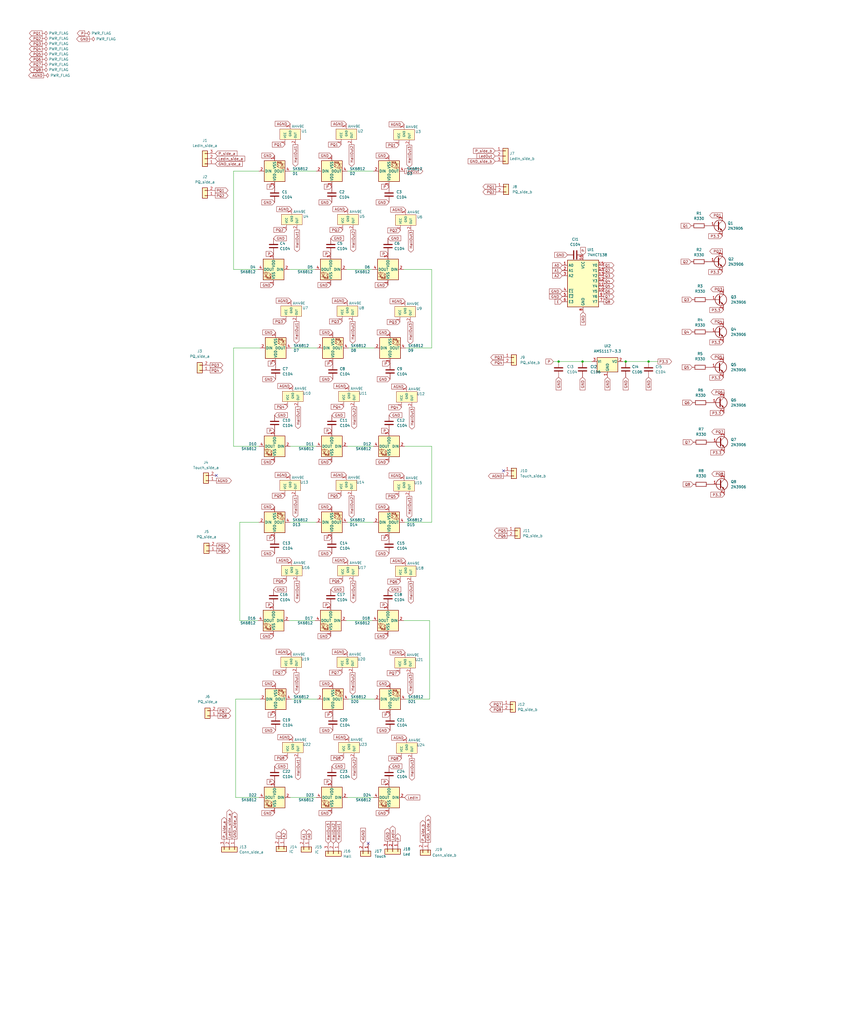
<source format=kicad_sch>
(kicad_sch (version 20211123) (generator eeschema)
  (paper "User" 419.989 499.999)
  (junction (at 305.562 176.53))
  (junction (at 316.738 176.53))
  (junction (at 272.796 176.53))
  (junction (at 284.48 176.53))
  (no_connect (at 179.832 411.734))
  (no_connect (at 105.664 232.156))
  (no_connect (at 245.872 229.87))
  (wire (pts (xy 170.18 169.926) (xy 182.88 169.926)))
  (wire (pts (xy 181.864 303.022) (xy 169.164 303.022)))
  (wire (pts (xy 316.738 176.53) (xy 321.31 176.53)))
  (wire (pts (xy 270.256 176.53) (xy 272.796 176.53)))
  (wire (pts (xy 305.562 176.53) (xy 316.738 176.53)))
  (wire (pts (xy 198.12 341.376) (xy 209.804 341.376)))
  (wire (pts (xy 198.12 169.926) (xy 210.82 169.926)))
  (wire (pts (xy 154.432 389.382) (xy 141.732 389.382)))
  (wire (pts (xy 114.046 217.932) (xy 126.492 217.932)))
  (wire (pts (xy 115.062 389.382) (xy 126.492 389.382)))
  (wire (pts (xy 181.864 131.572) (xy 169.164 131.572)))
  (wire (pts (xy 154.432 217.932) (xy 141.732 217.932)))
  (wire (pts (xy 114.046 169.926) (xy 127 169.926)))
  (wire (pts (xy 115.062 341.376) (xy 115.062 389.382)))
  (wire (pts (xy 209.804 303.022) (xy 197.104 303.022)))
  (wire (pts (xy 182.372 217.932) (xy 169.672 217.932)))
  (wire (pts (xy 209.804 303.022) (xy 209.804 341.376)))
  (wire (pts (xy 210.82 217.932) (xy 210.82 255.016)))
  (wire (pts (xy 197.612 217.932) (xy 210.82 217.932)))
  (wire (pts (xy 182.372 389.382) (xy 169.672 389.382)))
  (wire (pts (xy 126.492 255.016) (xy 117.094 255.016)))
  (wire (pts (xy 141.732 83.566) (xy 154.432 83.566)))
  (wire (pts (xy 142.24 169.926) (xy 154.94 169.926)))
  (wire (pts (xy 170.18 341.376) (xy 182.88 341.376)))
  (wire (pts (xy 142.24 341.376) (xy 154.94 341.376)))
  (wire (pts (xy 197.104 131.572) (xy 210.82 131.572)))
  (wire (pts (xy 115.062 341.376) (xy 127 341.376)))
  (wire (pts (xy 304.292 176.53) (xy 305.562 176.53)))
  (wire (pts (xy 153.924 303.022) (xy 141.224 303.022)))
  (wire (pts (xy 197.612 255.016) (xy 210.82 255.016)))
  (wire (pts (xy 141.732 255.016) (xy 154.432 255.016)))
  (wire (pts (xy 125.984 131.572) (xy 114.046 131.572)))
  (wire (pts (xy 117.094 255.016) (xy 117.094 303.022)))
  (wire (pts (xy 117.094 303.022) (xy 125.984 303.022)))
  (wire (pts (xy 114.046 169.926) (xy 114.046 217.932)))
  (wire (pts (xy 169.672 255.016) (xy 182.372 255.016)))
  (wire (pts (xy 169.672 83.566) (xy 182.372 83.566)))
  (wire (pts (xy 210.82 169.926) (xy 210.82 131.572)))
  (wire (pts (xy 153.924 131.572) (xy 141.224 131.572)))
  (wire (pts (xy 114.046 131.572) (xy 114.046 83.566)))
  (wire (pts (xy 284.48 176.53) (xy 289.052 176.53)))
  (wire (pts (xy 114.046 83.566) (xy 126.492 83.566)))
  (wire (pts (xy 272.796 176.53) (xy 284.48 176.53)))
  (global_label "AGND" (shape output) (at 21.336 36.83 180) (property "Intersheet References" "${INTERSHEET_REFS}" (effects hide)))
  (global_label "P3.3" (shape input) (at 353.822 220.98 180) (property "Intersheet References" "${INTERSHEET_REFS}" (effects hide)))
  (global_label "Q6" (shape input) (at 338.328 196.596 180) (property "Intersheet References" "${INTERSHEET_REFS}" (effects hide)))
  (global_label "AGND" (shape input) (at 169.672 146.812 180) (property "Intersheet References" "${INTERSHEET_REFS}" (effects hide)))
  (global_label "PQ8" (shape output) (at 106.426 349.504 0) (property "Intersheet References" "${INTERSHEET_REFS}" (effects hide)))
  (global_label "Q8" (shape output) (at 294.894 147.32 0) (property "Intersheet References" "${INTERSHEET_REFS}" (effects hide)))
  (global_label "HallOut3" (shape output) (at 200.406 328.676 270) (property "Intersheet References" "${INTERSHEET_REFS}" (effects hide)))
  (global_label "PQ4" (shape output) (at 353.314 156.972 180) (property "Intersheet References" "${INTERSHEET_REFS}" (effects hide)))
  (global_label "PQ2" (shape input) (at 139.954 112.268 180) (property "Intersheet References" "${INTERSHEET_REFS}" (effects hide)))
  (global_label "P_side_a" (shape output) (at 109.474 409.702 90) (property "Intersheet References" "${INTERSHEET_REFS}" (effects hide)))
  (global_label "AGND" (shape input) (at 197.358 60.706 180) (property "Intersheet References" "${INTERSHEET_REFS}" (effects hide)))
  (global_label "HallOut3" (shape output) (at 201.168 198.882 270) (property "Intersheet References" "${INTERSHEET_REFS}" (effects hide)))
  (global_label "HallOut2" (shape output) (at 172.974 370.078 270) (property "Intersheet References" "${INTERSHEET_REFS}" (effects hide)))
  (global_label "GND" (shape input) (at 284.48 184.15 270) (property "Intersheet References" "${INTERSHEET_REFS}" (effects hide)))
  (global_label "P" (shape input) (at 162.052 91.186 180) (property "Intersheet References" "${INTERSHEET_REFS}" (effects hide)))
  (global_label "HallOut1" (shape output) (at 144.272 70.612 270) (property "Intersheet References" "${INTERSHEET_REFS}" (effects hide)))
  (global_label "GND" (shape input) (at 162.56 356.616 180) (property "Intersheet References" "${INTERSHEET_REFS}" (effects hide)))
  (global_label "Q6" (shape output) (at 294.894 142.24 0) (property "Intersheet References" "${INTERSHEET_REFS}" (effects hide)))
  (global_label "P" (shape input) (at 162.56 348.996 180) (property "Intersheet References" "${INTERSHEET_REFS}" (effects hide)))
  (global_label "GND" (shape input) (at 134.112 247.396 180) (property "Intersheet References" "${INTERSHEET_REFS}" (effects hide)))
  (global_label "PQ1" (shape output) (at 352.806 105.156 180) (property "Intersheet References" "${INTERSHEET_REFS}" (effects hide)))
  (global_label "HallOut2" (shape output) (at 172.212 156.972 270) (property "Intersheet References" "${INTERSHEET_REFS}" (effects hide)))
  (global_label "PQ7" (shape output) (at 106.426 346.964 0) (property "Intersheet References" "${INTERSHEET_REFS}" (effects hide)))
  (global_label "Q2" (shape input) (at 337.566 127.762 180) (property "Intersheet References" "${INTERSHEET_REFS}" (effects hide)))
  (global_label "P3.3" (shape output) (at 321.31 176.53 0) (property "Intersheet References" "${INTERSHEET_REFS}" (effects hide)))
  (global_label "HallOut2" (shape output) (at 171.704 70.612 270) (property "Intersheet References" "${INTERSHEET_REFS}" (effects hide)))
  (global_label "GND" (shape input) (at 134.112 225.552 180) (property "Intersheet References" "${INTERSHEET_REFS}" (effects hide)))
  (global_label "P" (shape input) (at 284.734 124.46 90) (property "Intersheet References" "${INTERSHEET_REFS}" (effects hide)))
  (global_label "PQ4" (shape input) (at 167.894 198.628 180) (property "Intersheet References" "${INTERSHEET_REFS}" (effects hide)))
  (global_label "Q5" (shape input) (at 338.074 179.324 180) (property "Intersheet References" "${INTERSHEET_REFS}" (effects hide)))
  (global_label "AGND" (shape output) (at 245.872 232.41 180) (property "Intersheet References" "${INTERSHEET_REFS}" (effects hide)))
  (global_label "P3.3" (shape input) (at 353.314 184.404 180) (property "Intersheet References" "${INTERSHEET_REFS}" (effects hide)))
  (global_label "HallOut1" (shape output) (at 144.272 242.062 270) (property "Intersheet References" "${INTERSHEET_REFS}" (effects hide)))
  (global_label "Q3" (shape input) (at 338.074 146.304 180) (property "Intersheet References" "${INTERSHEET_REFS}" (effects hide)))
  (global_label "P3.3" (shape input) (at 352.806 132.842 180) (property "Intersheet References" "${INTERSHEET_REFS}" (effects hide)))
  (global_label "A1" (shape input) (at 274.574 132.08 180) (property "Intersheet References" "${INTERSHEET_REFS}" (effects hide)))
  (global_label "HallOut2" (shape output) (at 172.466 283.718 270) (property "Intersheet References" "${INTERSHEET_REFS}" (effects hide)))
  (global_label "PQ4" (shape input) (at 196.088 198.882 180) (property "Intersheet References" "${INTERSHEET_REFS}" (effects hide)))
  (global_label "E" (shape output) (at 136.144 409.448 90) (property "Intersheet References" "${INTERSHEET_REFS}" (effects hide)))
  (global_label "HallOut2" (shape output) (at 171.704 242.062 270) (property "Intersheet References" "${INTERSHEET_REFS}" (effects hide)))
  (global_label "PQ3" (shape output) (at 20.574 21.336 180) (property "Intersheet References" "${INTERSHEET_REFS}" (effects hide)))
  (global_label "GND_side_a" (shape input) (at 105.156 80.01 0) (property "Intersheet References" "${INTERSHEET_REFS}" (effects hide)))
  (global_label "GND" (shape input) (at 134.112 374.142 0) (property "Intersheet References" "${INTERSHEET_REFS}" (effects hide)))
  (global_label "AGND" (shape input) (at 197.866 318.516 180) (property "Intersheet References" "${INTERSHEET_REFS}" (effects hide)))
  (global_label "PQ7" (shape input) (at 139.7 328.422 180) (property "Intersheet References" "${INTERSHEET_REFS}" (effects hide)))
  (global_label "AGND" (shape input) (at 169.164 60.452 180) (property "Intersheet References" "${INTERSHEET_REFS}" (effects hide)))
  (global_label "PQ6" (shape output) (at 353.568 191.516 180) (property "Intersheet References" "${INTERSHEET_REFS}" (effects hide)))
  (global_label "Q1" (shape input) (at 337.566 110.236 180) (property "Intersheet References" "${INTERSHEET_REFS}" (effects hide)))
  (global_label "AGND" (shape input) (at 170.434 188.468 180) (property "Intersheet References" "${INTERSHEET_REFS}" (effects hide)))
  (global_label "PQ1" (shape output) (at 20.574 16.256 180) (property "Intersheet References" "${INTERSHEET_REFS}" (effects hide)))
  (global_label "HallOut1" (shape input) (at 165.354 411.734 90) (property "Intersheet References" "${INTERSHEET_REFS}" (effects hide)))
  (global_label "GND" (shape input) (at 189.484 287.782 0) (property "Intersheet References" "${INTERSHEET_REFS}" (effects hide)))
  (global_label "HallOut2" (shape input) (at 162.814 411.734 90) (property "Intersheet References" "${INTERSHEET_REFS}" (effects hide)))
  (global_label "P3.3" (shape input) (at 353.822 241.554 180) (property "Intersheet References" "${INTERSHEET_REFS}" (effects hide)))
  (global_label "Q4" (shape output) (at 294.894 137.16 0) (property "Intersheet References" "${INTERSHEET_REFS}" (effects hide)))
  (global_label "GND" (shape input) (at 272.796 184.15 270) (property "Intersheet References" "${INTERSHEET_REFS}" (effects hide)))
  (global_label "P" (shape input) (at 161.544 123.952 180) (property "Intersheet References" "${INTERSHEET_REFS}" (effects hide)))
  (global_label "GND" (shape input) (at 189.484 116.332 0) (property "Intersheet References" "${INTERSHEET_REFS}" (effects hide)))
  (global_label "PQ8" (shape output) (at 353.822 231.394 180) (property "Intersheet References" "${INTERSHEET_REFS}" (effects hide)))
  (global_label "GND" (shape input) (at 134.62 162.306 180) (property "Intersheet References" "${INTERSHEET_REFS}" (effects hide)))
  (global_label "PQ8" (shape input) (at 167.894 370.078 180) (property "Intersheet References" "${INTERSHEET_REFS}" (effects hide)))
  (global_label "PQ8" (shape input) (at 140.462 370.078 180) (property "Intersheet References" "${INTERSHEET_REFS}" (effects hide)))
  (global_label "HallOut2" (shape output) (at 172.466 112.268 270) (property "Intersheet References" "${INTERSHEET_REFS}" (effects hide)))
  (global_label "PQ1" (shape input) (at 139.192 70.612 180) (property "Intersheet References" "${INTERSHEET_REFS}" (effects hide)))
  (global_label "P" (shape input) (at 270.256 176.53 180) (property "Intersheet References" "${INTERSHEET_REFS}" (effects hide)))
  (global_label "PQ7" (shape output) (at 353.822 210.82 180) (property "Intersheet References" "${INTERSHEET_REFS}" (effects hide)))
  (global_label "P" (shape input) (at 162.052 262.636 180) (property "Intersheet References" "${INTERSHEET_REFS}" (effects hide)))
  (global_label "GND" (shape input) (at 134.112 270.256 180) (property "Intersheet References" "${INTERSHEET_REFS}" (effects hide)))
  (global_label "P3.3" (shape input) (at 352.806 115.316 180) (property "Intersheet References" "${INTERSHEET_REFS}" (effects hide)))
  (global_label "GND" (shape input) (at 296.672 184.15 270) (property "Intersheet References" "${INTERSHEET_REFS}" (effects hide)))
  (global_label "AGND" (shape input) (at 198.628 188.722 180) (property "Intersheet References" "${INTERSHEET_REFS}" (effects hide)))
  (global_label "PQ6" (shape input) (at 167.386 283.718 180) (property "Intersheet References" "${INTERSHEET_REFS}" (effects hide)))
  (global_label "P" (shape input) (at 162.052 210.312 180) (property "Intersheet References" "${INTERSHEET_REFS}" (effects hide)))
  (global_label "PQ3" (shape input) (at 139.7 156.972 180) (property "Intersheet References" "${INTERSHEET_REFS}" (effects hide)))
  (global_label "AGND" (shape input) (at 142.494 273.558 180) (property "Intersheet References" "${INTERSHEET_REFS}" (effects hide)))
  (global_label "PQ8" (shape input) (at 196.088 370.332 180) (property "Intersheet References" "${INTERSHEET_REFS}" (effects hide)))
  (global_label "PQ5" (shape output) (at 247.65 259.08 180) (property "Intersheet References" "${INTERSHEET_REFS}" (effects hide)))
  (global_label "PQ2" (shape input) (at 167.386 112.268 180) (property "Intersheet References" "${INTERSHEET_REFS}" (effects hide)))
  (global_label "GND" (shape input) (at 161.544 116.332 0) (property "Intersheet References" "${INTERSHEET_REFS}" (effects hide)))
  (global_label "GND" (shape output) (at 189.23 410.718 90) (property "Intersheet References" "${INTERSHEET_REFS}" (effects hide)))
  (global_label "PQ6" (shape output) (at 247.65 261.62 180) (property "Intersheet References" "${INTERSHEET_REFS}" (effects hide)))
  (global_label "GND" (shape input) (at 190.5 333.756 180) (property "Intersheet References" "${INTERSHEET_REFS}" (effects hide)))
  (global_label "AGND" (shape input) (at 142.494 102.108 180) (property "Intersheet References" "${INTERSHEET_REFS}" (effects hide)))
  (global_label "GND" (shape input) (at 189.484 310.642 180) (property "Intersheet References" "${INTERSHEET_REFS}" (effects hide)))
  (global_label "P" (shape input) (at 162.052 381.762 180) (property "Intersheet References" "${INTERSHEET_REFS}" (effects hide)))
  (global_label "LedIn" (shape output) (at 191.77 410.718 90) (property "Intersheet References" "${INTERSHEET_REFS}" (effects hide)))
  (global_label "Q7" (shape output) (at 294.894 144.78 0) (property "Intersheet References" "${INTERSHEET_REFS}" (effects hide)))
  (global_label "P" (shape input) (at 189.992 262.636 180) (property "Intersheet References" "${INTERSHEET_REFS}" (effects hide)))
  (global_label "PQ1" (shape output) (at 242.062 91.186 180) (property "Intersheet References" "${INTERSHEET_REFS}" (effects hide)))
  (global_label "GND" (shape input) (at 162.052 98.806 180) (property "Intersheet References" "${INTERSHEET_REFS}" (effects hide)))
  (global_label "P" (shape input) (at 189.992 381.762 180) (property "Intersheet References" "${INTERSHEET_REFS}" (effects hide)))
  (global_label "P" (shape input) (at 134.112 210.312 180) (property "Intersheet References" "${INTERSHEET_REFS}" (effects hide)))
  (global_label "LedIn_side_a" (shape output) (at 112.014 409.702 90) (property "Intersheet References" "${INTERSHEET_REFS}" (effects hide)))
  (global_label "P_side_a" (shape input) (at 105.156 74.93 0) (property "Intersheet References" "${INTERSHEET_REFS}" (effects hide)))
  (global_label "HallOut1" (shape output) (at 144.78 328.422 270) (property "Intersheet References" "${INTERSHEET_REFS}" (effects hide)))
  (global_label "HallOut3" (shape output) (at 200.406 157.226 270) (property "Intersheet References" "${INTERSHEET_REFS}" (effects hide)))
  (global_label "PQ2" (shape output) (at 20.574 18.796 180) (property "Intersheet References" "${INTERSHEET_REFS}" (effects hide)))
  (global_label "P3.3" (shape input) (at 353.568 201.676 180) (property "Intersheet References" "${INTERSHEET_REFS}" (effects hide)))
  (global_label "LedIn" (shape input) (at 197.612 389.382 0) (property "Intersheet References" "${INTERSHEET_REFS}" (effects hide)))
  (global_label "Q1" (shape output) (at 294.894 129.54 0) (property "Intersheet References" "${INTERSHEET_REFS}" (effects hide)))
  (global_label "A1" (shape output) (at 148.336 409.702 90) (property "Intersheet References" "${INTERSHEET_REFS}" (effects hide)))
  (global_label "GND" (shape input) (at 189.992 75.946 180) (property "Intersheet References" "${INTERSHEET_REFS}" (effects hide)))
  (global_label "GND" (shape input) (at 161.544 287.782 0) (property "Intersheet References" "${INTERSHEET_REFS}" (effects hide)))
  (global_label "PQ8" (shape output) (at 245.364 346.456 180) (property "Intersheet References" "${INTERSHEET_REFS}" (effects hide)))
  (global_label "AGND" (shape input) (at 169.164 231.902 180) (property "Intersheet References" "${INTERSHEET_REFS}" (effects hide)))
  (global_label "GND_side_b" (shape input) (at 241.808 78.74 180) (property "Intersheet References" "${INTERSHEET_REFS}" (effects hide)))
  (global_label "P" (shape input) (at 189.484 295.402 180) (property "Intersheet References" "${INTERSHEET_REFS}" (effects hide)))
  (global_label "GND" (shape output) (at 43.688 19.05 180) (property "Intersheet References" "${INTERSHEET_REFS}" (effects hide)))
  (global_label "PQ8" (shape output) (at 20.574 34.036 180) (property "Intersheet References" "${INTERSHEET_REFS}" (effects hide)))
  (global_label "GND" (shape input) (at 162.052 397.002 180) (property "Intersheet References" "${INTERSHEET_REFS}" (effects hide)))
  (global_label "PQ4" (shape input) (at 140.462 198.628 180) (property "Intersheet References" "${INTERSHEET_REFS}" (effects hide)))
  (global_label "AGND" (shape input) (at 169.672 318.262 180) (property "Intersheet References" "${INTERSHEET_REFS}" (effects hide)))
  (global_label "AGND" (shape input) (at 142.24 318.262 180) (property "Intersheet References" "${INTERSHEET_REFS}" (effects hide)))
  (global_label "GND" (shape input) (at 190.5 356.616 180) (property "Intersheet References" "${INTERSHEET_REFS}" (effects hide)))
  (global_label "A0" (shape output) (at 150.876 409.702 90) (property "Intersheet References" "${INTERSHEET_REFS}" (effects hide)))
  (global_label "P3.3" (shape input) (at 353.314 167.132 180) (property "Intersheet References" "${INTERSHEET_REFS}" (effects hide)))
  (global_label "P" (shape input) (at 189.484 123.952 180) (property "Intersheet References" "${INTERSHEET_REFS}" (effects hide)))
  (global_label "P_side_b" (shape input) (at 241.808 73.66 180) (property "Intersheet References" "${INTERSHEET_REFS}" (effects hide)))
  (global_label "GND" (shape input) (at 189.992 374.142 0) (property "Intersheet References" "${INTERSHEET_REFS}" (effects hide)))
  (global_label "AGND" (shape input) (at 143.002 188.468 180) (property "Intersheet References" "${INTERSHEET_REFS}" (effects hide)))
  (global_label "LedOut" (shape output) (at 197.612 83.566 0) (property "Intersheet References" "${INTERSHEET_REFS}" (effects hide)))
  (global_label "A2" (shape output) (at 138.684 409.448 90) (property "Intersheet References" "${INTERSHEET_REFS}" (effects hide)))
  (global_label "GND" (shape input) (at 134.62 185.166 180) (property "Intersheet References" "${INTERSHEET_REFS}" (effects hide)))
  (global_label "AGND" (shape input) (at 141.732 231.902 180) (property "Intersheet References" "${INTERSHEET_REFS}" (effects hide)))
  (global_label "PQ1" (shape input) (at 166.624 70.612 180) (property "Intersheet References" "${INTERSHEET_REFS}" (effects hide)))
  (global_label "GND" (shape input) (at 133.604 139.192 180) (property "Intersheet References" "${INTERSHEET_REFS}" (effects hide)))
  (global_label "GND" (shape input) (at 162.052 225.552 180) (property "Intersheet References" "${INTERSHEET_REFS}" (effects hide)))
  (global_label "PQ5" (shape input) (at 139.192 242.062 180) (property "Intersheet References" "${INTERSHEET_REFS}" (effects hide)))
  (global_label "PQ7" (shape output) (at 245.364 343.916 180) (property "Intersheet References" "${INTERSHEET_REFS}" (effects hide)))
  (global_label "P" (shape output) (at 41.402 16.256 180) (property "Intersheet References" "${INTERSHEET_REFS}" (effects hide)))
  (global_label "PQ5" (shape output) (at 105.918 266.446 0) (property "Intersheet References" "${INTERSHEET_REFS}" (effects hide)))
  (global_label "PQ2" (shape input) (at 195.58 112.522 180) (property "Intersheet References" "${INTERSHEET_REFS}" (effects hide)))
  (global_label "PQ3" (shape output) (at 102.616 178.308 0) (property "Intersheet References" "${INTERSHEET_REFS}" (effects hide)))
  (global_label "GND" (shape input) (at 134.112 98.806 180) (property "Intersheet References" "${INTERSHEET_REFS}" (effects hide)))
  (global_label "Q5" (shape output) (at 294.894 139.7 0) (property "Intersheet References" "${INTERSHEET_REFS}" (effects hide)))
  (global_label "Q8" (shape input) (at 338.582 236.474 180) (property "Intersheet References" "${INTERSHEET_REFS}" (effects hide)))
  (global_label "GND" (shape input) (at 162.052 247.396 180) (property "Intersheet References" "${INTERSHEET_REFS}" (effects hide)))
  (global_label "AGND" (shape input) (at 177.292 411.734 90) (property "Intersheet References" "${INTERSHEET_REFS}" (effects hide)))
  (global_label "P" (shape input) (at 134.112 381.762 180) (property "Intersheet References" "${INTERSHEET_REFS}" (effects hide)))
  (global_label "GND" (shape input) (at 134.112 75.946 180) (property "Intersheet References" "${INTERSHEET_REFS}" (effects hide)))
  (global_label "PQ3" (shape input) (at 167.132 156.972 180) (property "Intersheet References" "${INTERSHEET_REFS}" (effects hide)))
  (global_label "PQ6" (shape input) (at 195.58 283.972 180) (property "Intersheet References" "${INTERSHEET_REFS}" (effects hide)))
  (global_label "GND" (shape input) (at 162.052 202.692 0) (property "Intersheet References" "${INTERSHEET_REFS}" (effects hide)))
  (global_label "A0" (shape input) (at 274.574 129.54 180) (property "Intersheet References" "${INTERSHEET_REFS}" (effects hide)))
  (global_label "HallOut2" (shape output) (at 172.212 328.422 270) (property "Intersheet References" "${INTERSHEET_REFS}" (effects hide)))
  (global_label "GND" (shape input) (at 316.738 184.15 270) (property "Intersheet References" "${INTERSHEET_REFS}" (effects hide)))
  (global_label "GND" (shape input) (at 189.992 270.256 180) (property "Intersheet References" "${INTERSHEET_REFS}" (effects hide)))
  (global_label "PQ3" (shape input) (at 195.326 157.226 180) (property "Intersheet References" "${INTERSHEET_REFS}" (effects hide)))
  (global_label "GND" (shape input) (at 189.992 247.396 180) (property "Intersheet References" "${INTERSHEET_REFS}" (effects hide)))
  (global_label "AGND" (shape input) (at 169.926 102.108 180) (property "Intersheet References" "${INTERSHEET_REFS}" (effects hide)))
  (global_label "P" (shape input) (at 189.992 91.186 180) (property "Intersheet References" "${INTERSHEET_REFS}" (effects hide)))
  (global_label "GND" (shape input) (at 274.574 144.78 180) (property "Intersheet References" "${INTERSHEET_REFS}" (effects hide)))
  (global_label "GND" (shape input) (at 190.5 185.166 180) (property "Intersheet References" "${INTERSHEET_REFS}" (effects hide)))
  (global_label "GND" (shape input) (at 305.562 184.15 270) (property "Intersheet References" "${INTERSHEET_REFS}" (effects hide)))
  (global_label "P" (shape input) (at 134.62 348.996 180) (property "Intersheet References" "${INTERSHEET_REFS}" (effects hide)))
  (global_label "GND" (shape input) (at 162.052 270.256 180) (property "Intersheet References" "${INTERSHEET_REFS}" (effects hide)))
  (global_label "GND_side_b" (shape output) (at 209.042 411.226 90) (property "Intersheet References" "${INTERSHEET_REFS}" (effects hide)))
  (global_label "GND" (shape input) (at 162.052 75.946 180) (property "Intersheet References" "${INTERSHEET_REFS}" (effects hide)))
  (global_label "P" (shape input) (at 190.5 177.546 180) (property "Intersheet References" "${INTERSHEET_REFS}" (effects hide)))
  (global_label "GND" (shape input) (at 161.544 310.642 180) (property "Intersheet References" "${INTERSHEET_REFS}" (effects hide)))
  (global_label "GND" (shape input) (at 162.052 374.142 0) (property "Intersheet References" "${INTERSHEET_REFS}" (effects hide)))
  (global_label "PQ5" (shape output) (at 20.574 26.416 180) (property "Intersheet References" "${INTERSHEET_REFS}" (effects hide)))
  (global_label "HallOut2" (shape output) (at 172.974 198.628 270) (property "Intersheet References" "${INTERSHEET_REFS}" (effects hide)))
  (global_label "PQ7" (shape output) (at 20.574 31.496 180) (property "Intersheet References" "${INTERSHEET_REFS}" (effects hide)))
  (global_label "PQ4" (shape output) (at 102.616 180.848 0) (property "Intersheet References" "${INTERSHEET_REFS}" (effects hide)))
  (global_label "PQ1" (shape output) (at 105.156 92.964 0) (property "Intersheet References" "${INTERSHEET_REFS}" (effects hide)))
  (global_label "AGND" (shape input) (at 197.358 232.156 180) (property "Intersheet References" "${INTERSHEET_REFS}" (effects hide)))
  (global_label "AGND" (shape input) (at 197.866 147.066 180) (property "Intersheet References" "${INTERSHEET_REFS}" (effects hide)))
  (global_label "HallOut3" (shape output) (at 200.66 283.972 270) (property "Intersheet References" "${INTERSHEET_REFS}" (effects hide)))
  (global_label "PQ2" (shape output) (at 352.806 122.682 180) (property "Intersheet References" "${INTERSHEET_REFS}" (effects hide)))
  (global_label "PQ6" (shape input) (at 139.954 283.718 180) (property "Intersheet References" "${INTERSHEET_REFS}" (effects hide)))
  (global_label "GND" (shape input) (at 277.114 124.46 180) (property "Intersheet References" "${INTERSHEET_REFS}" (effects hide)))
  (global_label "HallOut1" (shape output) (at 145.034 112.268 270) (property "Intersheet References" "${INTERSHEET_REFS}" (effects hide)))
  (global_label "GND" (shape input) (at 161.544 139.192 180) (property "Intersheet References" "${INTERSHEET_REFS}" (effects hide)))
  (global_label "GND" (shape input) (at 162.56 185.166 180) (property "Intersheet References" "${INTERSHEET_REFS}" (effects hide)))
  (global_label "PQ5" (shape input) (at 166.624 242.062 180) (property "Intersheet References" "${INTERSHEET_REFS}" (effects hide)))
  (global_label "GND" (shape input) (at 134.62 356.616 180) (property "Intersheet References" "${INTERSHEET_REFS}" (effects hide)))
  (global_label "GND_side_a" (shape output) (at 114.554 409.702 90) (property "Intersheet References" "${INTERSHEET_REFS}" (effects hide)))
  (global_label "E" (shape input) (at 274.574 147.32 180) (property "Intersheet References" "${INTERSHEET_REFS}" (effects hide)))
  (global_label "AGND" (shape input) (at 170.434 359.918 180) (property "Intersheet References" "${INTERSHEET_REFS}" (effects hide)))
  (global_label "GND" (shape input) (at 189.484 139.192 180) (property "Intersheet References" "${INTERSHEET_REFS}" (effects hide)))
  (global_label "AGND" (shape input) (at 143.002 359.918 180) (property "Intersheet References" "${INTERSHEET_REFS}" (effects hide)))
  (global_label "P" (shape input) (at 134.112 262.636 180) (property "Intersheet References" "${INTERSHEET_REFS}" (effects hide)))
  (global_label "GND" (shape input) (at 133.604 116.332 0) (property "Intersheet References" "${INTERSHEET_REFS}" (effects hide)))
  (global_label "HallOut3" (shape output) (at 201.168 370.332 270) (property "Intersheet References" "${INTERSHEET_REFS}" (effects hide)))
  (global_label "GND" (shape input) (at 189.992 98.806 180) (property "Intersheet References" "${INTERSHEET_REFS}" (effects hide)))
  (global_label "HallOut3" (shape output) (at 199.898 242.316 270) (property "Intersheet References" "${INTERSHEET_REFS}" (effects hide)))
  (global_label "P" (shape input) (at 190.5 348.996 180) (property "Intersheet References" "${INTERSHEET_REFS}" (effects hide)))
  (global_label "P" (shape input) (at 133.604 123.952 180) (property "Intersheet References" "${INTERSHEET_REFS}" (effects hide)))
  (global_label "PQ5" (shape input) (at 194.818 242.316 180) (property "Intersheet References" "${INTERSHEET_REFS}" (effects hide)))
  (global_label "PQ3" (shape output) (at 353.314 141.224 180) (property "Intersheet References" "${INTERSHEET_REFS}" (effects hide)))
  (global_label "LedIn_side_a" (shape input) (at 105.156 77.47 0) (property "Intersheet References" "${INTERSHEET_REFS}" (effects hide)))
  (global_label "P" (shape output) (at 194.31 410.718 90) (property "Intersheet References" "${INTERSHEET_REFS}" (effects hide)))
  (global_label "AGND" (shape input) (at 198.12 273.812 180) (property "Intersheet References" "${INTERSHEET_REFS}" (effects hide)))
  (global_label "P" (shape input) (at 134.112 91.186 180) (property "Intersheet References" "${INTERSHEET_REFS}" (effects hide)))
  (global_label "PQ6" (shape output) (at 20.574 28.956 180) (property "Intersheet References" "${INTERSHEET_REFS}" (effects hide)))
  (global_label "A2" (shape input) (at 274.574 134.62 180) (property "Intersheet References" "${INTERSHEET_REFS}" (effects hide)))
  (global_label "LedOut" (shape input) (at 241.808 76.2 180) (property "Intersheet References" "${INTERSHEET_REFS}" (effects hide)))
  (global_label "P" (shape input) (at 189.992 210.312 180) (property "Intersheet References" "${INTERSHEET_REFS}" (effects hide)))
  (global_label "AGND" (shape output) (at 105.664 234.696 0) (property "Intersheet References" "${INTERSHEET_REFS}" (effects hide)))
  (global_label "GND" (shape input) (at 134.62 333.756 180) (property "Intersheet References" "${INTERSHEET_REFS}" (effects hide)))
  (global_label "PQ6" (shape output) (at 105.918 268.986 0) (property "Intersheet References" "${INTERSHEET_REFS}" (effects hide)))
  (global_label "HallOut1" (shape output) (at 145.542 198.628 270) (property "Intersheet References" "${INTERSHEET_REFS}" (effects hide)))
  (global_label "AGND" (shape input) (at 169.926 273.558 180) (property "Intersheet References" "${INTERSHEET_REFS}" (effects hide)))
  (global_label "AGND" (shape input) (at 198.12 102.362 180) (property "Intersheet References" "${INTERSHEET_REFS}" (effects hide)))
  (global_label "Q2" (shape output) (at 294.894 132.08 0) (property "Intersheet References" "${INTERSHEET_REFS}" (effects hide)))
  (global_label "P3.3" (shape input) (at 353.314 151.384 180) (property "Intersheet References" "${INTERSHEET_REFS}" (effects hide)))
  (global_label "Q3" (shape output) (at 294.894 134.62 0) (property "Intersheet References" "${INTERSHEET_REFS}" (effects hide)))
  (global_label "Q7" (shape input) (at 338.582 215.9 180) (property "Intersheet References" "${INTERSHEET_REFS}" (effects hide)))
  (global_label "GND" (shape input) (at 189.992 202.692 0) (property "Intersheet References" "${INTERSHEET_REFS}" (effects hide)))
  (global_label "GND" (shape input) (at 162.56 333.756 180) (property "Intersheet References" "${INTERSHEET_REFS}" (effects hide)))
  (global_label "HallOut3" (shape output) (at 199.898 70.866 270) (property "Intersheet References" "${INTERSHEET_REFS}" (effects hide)))
  (global_label "GND" (shape input) (at 133.604 287.782 0) (property "Intersheet References" "${INTERSHEET_REFS}" (effects hide)))
  (global_label "PQ4" (shape output) (at 20.574 23.876 180) (property "Intersheet References" "${INTERSHEET_REFS}" (effects hide)))
  (global_label "GND" (shape input) (at 189.992 397.002 180) (property "Intersheet References" "${INTERSHEET_REFS}" (effects hide)))
  (global_label "PQ4" (shape output) (at 245.872 177.038 180) (property "Intersheet References" "${INTERSHEET_REFS}" (effects hide)))
  (global_label "HallOut3" (shape output) (at 200.66 112.522 270) (property "Intersheet References" "${INTERSHEET_REFS}" (effects hide)))
  (global_label "PQ7" (shape input) (at 195.326 328.676 180) (property "Intersheet References" "${INTERSHEET_REFS}" (effects hide)))
  (global_label "P" (shape input) (at 161.544 295.402 180) (property "Intersheet References" "${INTERSHEET_REFS}" (effects hide)))
  (global_label "P_side_b" (shape output) (at 206.502 411.226 90) (property "Intersheet References" "${INTERSHEET_REFS}" (effects hide)))
  (global_label "HallOut3" (shape input) (at 160.274 411.734 90) (property "Intersheet References" "${INTERSHEET_REFS}" (effects hide)))
  (global_label "GND" (shape input) (at 134.112 202.692 0) (property "Intersheet References" "${INTERSHEET_REFS}" (effects hide)))
  (global_label "Q4" (shape input) (at 338.074 162.052 180) (property "Intersheet References" "${INTERSHEET_REFS}" (effects hide)))
  (global_label "GND" (shape input) (at 189.992 225.552 180) (property "Intersheet References" "${INTERSHEET_REFS}" (effects hide)))
  (global_label "PQ1" (shape input) (at 194.818 70.866 180) (property "Intersheet References" "${INTERSHEET_REFS}" (effects hide)))
  (global_label "AGND" (shape input) (at 141.732 60.452 180) (property "Intersheet References" "${INTERSHEET_REFS}" (effects hide)))
  (global_label "P" (shape input) (at 134.62 177.546 180) (property "Intersheet References" "${INTERSHEET_REFS}" (effects hide)))
  (global_label "HallOut1" (shape output) (at 145.542 370.078 270) (property "Intersheet References" "${INTERSHEET_REFS}" (effects hide)))
  (global_label "GND" (shape input) (at 134.112 397.002 180) (property "Intersheet References" "${INTERSHEET_REFS}" (effects hide)))
  (global_label "P" (shape input) (at 162.56 177.546 180) (property "Intersheet References" "${INTERSHEET_REFS}" (effects hide)))
  (global_label "PQ2" (shape output) (at 242.062 93.726 180) (property "Intersheet References" "${INTERSHEET_REFS}" (effects hide)))
  (global_label "GND" (shape input) (at 133.604 310.642 180) (property "Intersheet References" "${INTERSHEET_REFS}" (effects hide)))
  (global_label "GND" (shape input) (at 274.574 142.24 180) (property "Intersheet References" "${INTERSHEET_REFS}" (effects hide)))
  (global_label "HallOut1" (shape output) (at 144.78 156.972 270) (property "Intersheet References" "${INTERSHEET_REFS}" (effects hide)))
  (global_label "GND" (shape input) (at 162.56 162.306 180) (property "Intersheet References" "${INTERSHEET_REFS}" (effects hide)))
  (global_label "HallOut1" (shape output) (at 145.034 283.718 270) (property "Intersheet References" "${INTERSHEET_REFS}" (effects hide)))
  (global_label "P" (shape input) (at 133.604 295.402 180) (property "Intersheet References" "${INTERSHEET_REFS}" (effects hide)))
  (global_label "PQ2" (shape output) (at 105.156 95.504 0) (property "Intersheet References" "${INTERSHEET_REFS}" (effects hide)))
  (global_label "GND" (shape input) (at 190.5 162.306 180) (property "Intersheet References" "${INTERSHEET_REFS}" (effects hide)))
  (global_label "GND" (shape input) (at 284.734 152.4 270) (property "Intersheet References" "${INTERSHEET_REFS}" (effects hide)))
  (global_label "PQ7" (shape input) (at 167.132 328.422 180) (property "Intersheet References" "${INTERSHEET_REFS}" (effects hide)))
  (global_label "PQ3" (shape output) (at 245.872 174.498 180) (property "Intersheet References" "${INTERSHEET_REFS}" (effects hide)))
  (global_label "AGND" (shape input) (at 142.24 146.812 180) (property "Intersheet References" "${INTERSHEET_REFS}" (effects hide)))
  (global_label "AGND" (shape input) (at 198.628 360.172 180) (property "Intersheet References" "${INTERSHEET_REFS}" (effects hide)))
  (global_label "PQ5" (shape output) (at 353.314 174.244 180) (property "Intersheet References" "${INTERSHEET_REFS}" (effects hide)))
  (symbol (lib_id "LED:SK6812") (at 189.484 131.572 0) (mirror y) (unit 1)
    (property "Reference" "D6" (at 180.7464 130.4036 0) (effects (justify left)))
    (property "Value" "SK6812" (at 180.7464 132.715 0) (effects (justify left)))
    (property "Footprint" "LED_SMD:LED_SK6812_PLCC4_5.0x5.0mm_P3.2mm" (effects hide))
    (property "Datasheet" "https://cdn-shop.adafruit.com/product-files/1138/SK6812+LED+datasheet+.pdf" (effects hide))
  )
  (symbol (lib_id "LED:SK6812") (at 161.544 131.572 0) (mirror y) (unit 1)
    (property "Reference" "D5" (at 152.8064 130.4036 0) (effects (justify left)))
    (property "Value" "SK6812" (at 152.8064 132.715 0) (effects (justify left)))
    (property "Footprint" "LED_SMD:LED_SK6812_PLCC4_5.0x5.0mm_P3.2mm" (effects hide))
    (property "Datasheet" "https://cdn-shop.adafruit.com/product-files/1138/SK6812+LED+datasheet+.pdf" (effects hide))
  )
  (symbol (lib_id "LED:SK6812") (at 133.604 131.572 0) (mirror y) (unit 1)
    (property "Reference" "D4" (at 124.8664 130.4036 0) (effects (justify left)))
    (property "Value" "SK6812" (at 124.8664 132.715 0) (effects (justify left)))
    (property "Footprint" "LED_SMD:LED_SK6812_PLCC4_5.0x5.0mm_P3.2mm" (effects hide))
    (property "Datasheet" "https://cdn-shop.adafruit.com/product-files/1138/SK6812+LED+datasheet+.pdf" (effects hide))
  )
  (symbol (lib_id "LED:SK6812") (at 134.112 83.566 0) (mirror x) (unit 1)
    (property "Reference" "D1" (at 142.8496 84.7344 0) (effects (justify left)))
    (property "Value" "SK6812" (at 142.8496 82.423 0) (effects (justify left)))
    (property "Footprint" "LED_SMD:LED_SK6812_PLCC4_5.0x5.0mm_P3.2mm" (effects hide))
    (property "Datasheet" "https://cdn-shop.adafruit.com/product-files/1138/SK6812+LED+datasheet+.pdf" (effects hide))
  )
  (symbol (lib_id "LED:SK6812") (at 162.052 83.566 0) (mirror x) (unit 1)
    (property "Reference" "D2" (at 170.7896 84.7344 0) (effects (justify left)))
    (property "Value" "SK6812" (at 170.7896 82.423 0) (effects (justify left)))
    (property "Footprint" "LED_SMD:LED_SK6812_PLCC4_5.0x5.0mm_P3.2mm" (effects hide))
    (property "Datasheet" "https://cdn-shop.adafruit.com/product-files/1138/SK6812+LED+datasheet+.pdf" (effects hide))
  )
  (symbol (lib_id "LED:SK6812") (at 189.992 83.566 0) (mirror x) (unit 1)
    (property "Reference" "D3" (at 198.7296 84.7344 0) (effects (justify left)))
    (property "Value" "SK6812" (at 198.7296 82.423 0) (effects (justify left)))
    (property "Footprint" "LED_SMD:LED_SK6812_PLCC4_5.0x5.0mm_P3.2mm" (effects hide))
    (property "Datasheet" "https://cdn-shop.adafruit.com/product-files/1138/SK6812+LED+datasheet+.pdf" (effects hide))
  )
  (symbol (lib_id "Sensor_Magnetic:AH49E") (at 141.732 65.532 0) (unit 1)
    (property "Reference" "U1" (at 148.59 64.008 0))
    (property "Value" "AH49E" (at 145.542 61.722 0))
    (property "Footprint" "Package_TO_SOT_SMD:SOT-23" (effects hide))
    (property "Datasheet" "https://www.diodes.com/assets/Datasheets/AH49E.pdf" (effects hide))
  )
  (symbol (lib_id "power:PWR_FLAG") (at 20.574 16.256 270) (unit 1)
    (property "Reference" "#FLG0103" (effects hide))
    (property "Value" "PWR_FLAG" (at 23.8252 16.256 90) (effects (justify left)))
  )
  (symbol (lib_id "power:PWR_FLAG") (at 20.574 18.796 270) (unit 1)
    (property "Reference" "#FLG0104" (effects hide))
    (property "Value" "PWR_FLAG" (at 23.8252 18.796 90) (effects (justify left)))
  )
  (symbol (lib_id "power:PWR_FLAG") (at 20.574 21.336 270) (unit 1)
    (property "Reference" "#FLG0105" (effects hide))
    (property "Value" "PWR_FLAG" (at 23.8252 21.336 90) (effects (justify left)))
  )
  (symbol (lib_id "power:PWR_FLAG") (at 20.574 23.876 270) (unit 1)
    (property "Reference" "#FLG0106" (effects hide))
    (property "Value" "PWR_FLAG" (at 23.8252 23.876 90) (effects (justify left)))
  )
  (symbol (lib_id "power:PWR_FLAG") (at 20.574 26.416 270) (unit 1)
    (property "Reference" "#FLG0107" (effects hide))
    (property "Value" "PWR_FLAG" (at 23.8252 26.416 90) (effects (justify left)))
  )
  (symbol (lib_id "power:PWR_FLAG") (at 20.574 28.956 270) (unit 1)
    (property "Reference" "#FLG0108" (effects hide))
    (property "Value" "PWR_FLAG" (at 23.8252 28.956 90) (effects (justify left)))
  )
  (symbol (lib_id "power:PWR_FLAG") (at 20.574 31.496 270) (unit 1)
    (property "Reference" "#FLG0109" (effects hide))
    (property "Value" "PWR_FLAG" (at 23.8252 31.496 90) (effects (justify left)))
  )
  (symbol (lib_id "power:PWR_FLAG") (at 20.574 34.036 270) (unit 1)
    (property "Reference" "#FLG0110" (effects hide))
    (property "Value" "PWR_FLAG" (at 23.8252 34.036 90) (effects (justify left)))
  )
  (symbol (lib_id "power:PWR_FLAG") (at 21.336 36.83 270) (unit 1)
    (property "Reference" "#FLG0113" (effects hide))
    (property "Value" "PWR_FLAG" (at 24.5872 36.83 90) (effects (justify left)))
  )
  (symbol (lib_id "power:PWR_FLAG") (at 41.402 16.256 270) (unit 1)
    (property "Reference" "#FLG0101" (effects hide))
    (property "Value" "PWR_FLAG" (at 44.6532 16.256 90) (effects (justify left)))
  )
  (symbol (lib_id "power:PWR_FLAG") (at 43.688 19.05 270) (unit 1)
    (property "Reference" "#FLG0118" (effects hide))
    (property "Value" "PWR_FLAG" (at 46.9392 19.05 90) (effects (justify left)))
  )
  (symbol (lib_id "Connector_Generic:Conn_01x03") (at 112.014 414.782 270) (unit 1)
    (property "Reference" "J13" (at 116.84 413.5119 90) (effects (justify left)))
    (property "Value" "Conn_side_a" (at 116.84 416.0519 90) (effects (justify left)))
    (property "Footprint" "Connector_PinHeader_2.54mm:PinHeader_1x03_P2.54mm_Horizontal_SMD" (effects hide))
  )
  (symbol (lib_id "Transistor_BJT:2N3906") (at 350.774 179.324 0) (unit 1)
    (property "Reference" "Q5" (at 356.87 178.0539 0) (effects (justify left)))
    (property "Value" "2N3906" (at 356.87 180.5939 0) (effects (justify left)))
    (property "Footprint" "Package_TO_SOT_SMD:SOT-23" (effects hide))
    (property "Datasheet" "https://www.onsemi.com/pub/Collateral/2N3906-D.PDF" (effects hide))
  )
  (symbol (lib_id "Device:C") (at 272.796 180.34 180) (unit 1)
    (property "Reference" "CI3" (at 276.86 179.0699 0) (effects (justify right)))
    (property "Value" "C104" (at 276.86 181.6099 0) (effects (justify right)))
    (property "Footprint" "Capacitor_SMD:C_1206_3216Metric" (effects hide))
  )
  (symbol (lib_id "Device:C") (at 161.544 120.142 180) (unit 1)
    (property "Reference" "C5" (at 164.592 118.8719 0) (effects (justify right)))
    (property "Value" "C104" (at 164.592 121.4119 0) (effects (justify right)))
    (property "Footprint" "Capacitor_SMD:C_1206_3216Metric" (effects hide))
  )
  (symbol (lib_id "Sensor_Magnetic:AH49E") (at 197.866 323.596 0) (unit 1)
    (property "Reference" "U21" (at 204.724 322.072 0))
    (property "Value" "AH49E" (at 201.676 319.786 0))
    (property "Footprint" "Package_TO_SOT_SMD:SOT-23" (effects hide))
    (property "Datasheet" "https://www.diodes.com/assets/Datasheets/AH49E.pdf" (effects hide))
  )
  (symbol (lib_id "Sensor_Magnetic:AH49E") (at 143.002 193.548 0) (unit 1)
    (property "Reference" "U10" (at 149.86 192.024 0))
    (property "Value" "AH49E" (at 146.812 189.738 0))
    (property "Footprint" "Package_TO_SOT_SMD:SOT-23" (effects hide))
    (property "Datasheet" "https://www.diodes.com/assets/Datasheets/AH49E.pdf" (effects hide))
  )
  (symbol (lib_id "Sensor_Magnetic:AH49E") (at 169.164 65.532 0) (unit 1)
    (property "Reference" "U2" (at 176.022 64.008 0))
    (property "Value" "AH49E" (at 172.974 61.722 0))
    (property "Footprint" "Package_TO_SOT_SMD:SOT-23" (effects hide))
    (property "Datasheet" "https://www.diodes.com/assets/Datasheets/AH49E.pdf" (effects hide))
  )
  (symbol (lib_id "Connector_Generic:Conn_01x02") (at 100.838 268.986 180) (unit 1)
    (property "Reference" "J5" (at 100.838 259.588 0))
    (property "Value" "PQ_side_a" (at 100.838 262.128 0))
    (property "Footprint" "Connector_PinHeader_2.54mm:PinHeader_1x02_P2.54mm_Horizontal_SMD" (effects hide))
  )
  (symbol (lib_id "Sensor_Magnetic:AH49E") (at 169.672 323.342 0) (unit 1)
    (property "Reference" "U20" (at 176.53 321.818 0))
    (property "Value" "AH49E" (at 173.482 319.532 0))
    (property "Footprint" "Package_TO_SOT_SMD:SOT-23" (effects hide))
    (property "Datasheet" "https://www.diodes.com/assets/Datasheets/AH49E.pdf" (effects hide))
  )
  (symbol (lib_id "Connector_Generic:Conn_01x02") (at 101.346 349.504 180) (unit 1)
    (property "Reference" "J6" (at 101.346 340.106 0))
    (property "Value" "PQ_side_a" (at 101.346 342.646 0))
    (property "Footprint" "Connector_PinHeader_2.54mm:PinHeader_1x02_P2.54mm_Horizontal_SMD" (effects hide))
  )
  (symbol (lib_id "74xx:74HCT138") (at 284.734 139.7 0) (unit 1)
    (property "Reference" "UI1" (at 286.7534 121.92 0) (effects (justify left)))
    (property "Value" "74HCT138" (at 286.7534 124.46 0) (effects (justify left)))
    (property "Footprint" "Package_SO:SO-16_5.3x10.2mm_P1.27mm" (effects hide))
    (property "Datasheet" "https://www.ti.com/lit/ds/symlink/cd74hct138.pdf?ts=1664006220654&ref_url=https%253A%252F%252Fwww.ti.com%252Fproduct%252FCD74HCT138" (effects hide))
  )
  (symbol (lib_id "LED:SK6812") (at 134.112 389.382 0) (mirror y) (unit 1)
    (property "Reference" "D22" (at 125.3744 388.2136 0) (effects (justify left)))
    (property "Value" "SK6812" (at 125.3744 390.525 0) (effects (justify left)))
    (property "Footprint" "LED_SMD:LED_SK6812_PLCC4_5.0x5.0mm_P3.2mm" (effects hide))
    (property "Datasheet" "https://cdn-shop.adafruit.com/product-files/1138/SK6812+LED+datasheet+.pdf" (effects hide))
  )
  (symbol (lib_id "LED:SK6812") (at 189.992 217.932 0) (mirror y) (unit 1)
    (property "Reference" "D12" (at 181.2544 216.7636 0) (effects (justify left)))
    (property "Value" "SK6812" (at 181.2544 219.075 0) (effects (justify left)))
    (property "Footprint" "LED_SMD:LED_SK6812_PLCC4_5.0x5.0mm_P3.2mm" (effects hide))
    (property "Datasheet" "https://cdn-shop.adafruit.com/product-files/1138/SK6812+LED+datasheet+.pdf" (effects hide))
  )
  (symbol (lib_id "Device:C") (at 189.992 94.996 0) (unit 1)
    (property "Reference" "C3" (at 193.548 93.7259 0) (effects (justify left)))
    (property "Value" "C104" (at 193.548 96.2659 0) (effects (justify left)))
    (property "Footprint" "Capacitor_SMD:C_1206_3216Metric" (effects hide))
  )
  (symbol (lib_id "Device:C") (at 316.738 180.34 180) (unit 1)
    (property "Reference" "CI5" (at 320.04 179.0699 0) (effects (justify right)))
    (property "Value" "C104" (at 320.04 181.6099 0) (effects (justify right)))
    (property "Footprint" "Capacitor_SMD:C_1206_3216Metric" (effects hide))
  )
  (symbol (lib_id "Connector_Generic:Conn_01x02") (at 247.142 91.186 0) (unit 1)
    (property "Reference" "J8" (at 250.19 91.1859 0) (effects (justify left)))
    (property "Value" "PQ_side_b" (at 250.19 93.7259 0) (effects (justify left)))
    (property "Footprint" "Connector_PinHeader_2.54mm:PinHeader_1x02_P2.54mm_Horizontal_SMD" (effects hide))
  )
  (symbol (lib_id "Connector_Generic:Conn_01x03") (at 191.77 415.798 270) (unit 1)
    (property "Reference" "J18" (at 196.85 414.5279 90) (effects (justify left)))
    (property "Value" "Led" (at 196.85 417.0679 90) (effects (justify left)))
    (property "Footprint" "Connector_PinHeader_2.54mm:PinHeader_1x03_P2.54mm_Horizontal_SMD" (effects hide))
  )
  (symbol (lib_id "Sensor_Magnetic:AH49E") (at 169.926 278.638 0) (unit 1)
    (property "Reference" "U17" (at 176.784 277.114 0))
    (property "Value" "AH49E" (at 173.736 274.828 0))
    (property "Footprint" "Package_TO_SOT_SMD:SOT-23" (effects hide))
    (property "Datasheet" "https://www.diodes.com/assets/Datasheets/AH49E.pdf" (effects hide))
  )
  (symbol (lib_id "Connector_Generic:Conn_01x02") (at 209.042 416.306 270) (unit 1)
    (property "Reference" "J19" (at 212.344 414.782 90) (effects (justify left)))
    (property "Value" "Conn_side_b" (at 211.074 417.5759 90) (effects (justify left)))
    (property "Footprint" "Connector_PinHeader_2.54mm:PinHeader_1x02_P2.54mm_Horizontal_SMD" (effects hide))
  )
  (symbol (lib_id "Connector_Generic:Conn_01x02") (at 250.952 229.87 0) (unit 1)
    (property "Reference" "J10" (at 254 229.8699 0) (effects (justify left)))
    (property "Value" "Touch_side_b" (at 254 232.4099 0) (effects (justify left)))
    (property "Footprint" "Connector_PinHeader_2.54mm:PinHeader_1x02_P2.54mm_Horizontal_SMD" (effects hide))
  )
  (symbol (lib_id "Sensor_Magnetic:AH49E") (at 197.358 237.236 0) (unit 1)
    (property "Reference" "U15" (at 204.216 235.712 0))
    (property "Value" "AH49E" (at 201.168 233.426 0))
    (property "Footprint" "Package_TO_SOT_SMD:SOT-23" (effects hide))
    (property "Datasheet" "https://www.diodes.com/assets/Datasheets/AH49E.pdf" (effects hide))
  )
  (symbol (lib_id "Sensor_Magnetic:AH49E") (at 169.926 107.188 0) (unit 1)
    (property "Reference" "U5" (at 176.784 105.664 0))
    (property "Value" "AH49E" (at 173.736 103.378 0))
    (property "Footprint" "Package_TO_SOT_SMD:SOT-23" (effects hide))
    (property "Datasheet" "https://www.diodes.com/assets/Datasheets/AH49E.pdf" (effects hide))
  )
  (symbol (lib_id "Connector_Generic:Conn_01x02") (at 250.444 343.916 0) (unit 1)
    (property "Reference" "J12" (at 252.73 343.9159 0) (effects (justify left)))
    (property "Value" "PQ_side_b" (at 252.73 346.4559 0) (effects (justify left)))
    (property "Footprint" "Connector_PinHeader_2.54mm:PinHeader_1x02_P2.54mm_Horizontal_SMD" (effects hide))
  )
  (symbol (lib_id "Device:C") (at 162.052 266.446 0) (unit 1)
    (property "Reference" "C14" (at 165.862 265.1759 0) (effects (justify left)))
    (property "Value" "C104" (at 165.862 267.7159 0) (effects (justify left)))
    (property "Footprint" "Capacitor_SMD:C_1206_3216Metric" (effects hide))
  )
  (symbol (lib_id "Connector_Generic:Conn_01x02") (at 150.876 414.782 270) (unit 1)
    (property "Reference" "J15" (at 153.67 413.5119 90) (effects (justify left)))
    (property "Value" "IC" (at 153.67 416.0519 90) (effects (justify left)))
    (property "Footprint" "Connector_PinHeader_2.54mm:PinHeader_1x02_P2.54mm_Horizontal_SMD" (effects hide))
  )
  (symbol (lib_id "Transistor_BJT:2N3906") (at 351.282 236.474 0) (unit 1)
    (property "Reference" "Q8" (at 356.87 235.2039 0) (effects (justify left)))
    (property "Value" "2N3906" (at 356.87 237.7439 0) (effects (justify left)))
    (property "Footprint" "Package_TO_SOT_SMD:SOT-23" (effects hide))
    (property "Datasheet" "https://www.onsemi.com/pub/Collateral/2N3906-D.PDF" (effects hide))
  )
  (symbol (lib_id "Device:C") (at 162.052 94.996 0) (unit 1)
    (property "Reference" "C2" (at 165.608 93.7259 0) (effects (justify left)))
    (property "Value" "C104" (at 165.608 96.2659 0) (effects (justify left)))
    (property "Footprint" "Capacitor_SMD:C_1206_3216Metric" (effects hide))
  )
  (symbol (lib_id "Connector_Generic:Conn_01x02") (at 100.076 95.504 180) (unit 1)
    (property "Reference" "J2" (at 100.076 86.36 0))
    (property "Value" "PQ_side_a" (at 100.076 88.9 0))
    (property "Footprint" "Connector_PinHeader_2.54mm:PinHeader_1x02_P2.54mm_Horizontal_SMD" (effects hide))
  )
  (symbol (lib_id "Device:C") (at 162.56 181.356 0) (unit 1)
    (property "Reference" "C8" (at 165.862 180.0859 0) (effects (justify left)))
    (property "Value" "C104" (at 165.862 182.6259 0) (effects (justify left)))
    (property "Footprint" "Capacitor_SMD:C_1206_3216Metric" (effects hide))
  )
  (symbol (lib_id "Connector_Generic:Conn_01x02") (at 252.73 259.08 0) (unit 1)
    (property "Reference" "J11" (at 255.27 259.0799 0) (effects (justify left)))
    (property "Value" "PQ_side_b" (at 255.27 261.6199 0) (effects (justify left)))
    (property "Footprint" "Connector_PinHeader_2.54mm:PinHeader_1x02_P2.54mm_Horizontal_SMD" (effects hide))
  )
  (symbol (lib_id "Connector_Generic:Conn_01x02") (at 138.684 414.528 270) (unit 1)
    (property "Reference" "J14" (at 141.478 413.512 90) (effects (justify left)))
    (property "Value" "IC" (at 141.224 415.7979 90) (effects (justify left)))
    (property "Footprint" "Connector_PinHeader_2.54mm:PinHeader_1x02_P2.54mm_Horizontal_SMD" (effects hide))
  )
  (symbol (lib_id "Sensor_Magnetic:AH49E") (at 170.434 364.998 0) (unit 1)
    (property "Reference" "U23" (at 177.292 363.474 0))
    (property "Value" "AH49E" (at 174.244 361.188 0))
    (property "Footprint" "Package_TO_SOT_SMD:SOT-23" (effects hide))
    (property "Datasheet" "https://www.diodes.com/assets/Datasheets/AH49E.pdf" (effects hide))
  )
  (symbol (lib_id "LED:SK6812") (at 162.052 217.932 0) (mirror y) (unit 1)
    (property "Reference" "D11" (at 153.3144 216.7636 0) (effects (justify left)))
    (property "Value" "SK6812" (at 153.3144 219.075 0) (effects (justify left)))
    (property "Footprint" "LED_SMD:LED_SK6812_PLCC4_5.0x5.0mm_P3.2mm" (effects hide))
    (property "Datasheet" "https://cdn-shop.adafruit.com/product-files/1138/SK6812+LED+datasheet+.pdf" (effects hide))
  )
  (symbol (lib_id "LED:SK6812") (at 190.5 341.376 0) (mirror x) (unit 1)
    (property "Reference" "D21" (at 199.2376 342.5444 0) (effects (justify left)))
    (property "Value" "SK6812" (at 199.2376 340.233 0) (effects (justify left)))
    (property "Footprint" "LED_SMD:LED_SK6812_PLCC4_5.0x5.0mm_P3.2mm" (effects hide))
    (property "Datasheet" "https://cdn-shop.adafruit.com/product-files/1138/SK6812+LED+datasheet+.pdf" (effects hide))
  )
  (symbol (lib_id "LED:SK6812") (at 134.112 255.016 0) (mirror x) (unit 1)
    (property "Reference" "D13" (at 142.8496 256.1844 0) (effects (justify left)))
    (property "Value" "SK6812" (at 142.8496 253.873 0) (effects (justify left)))
    (property "Footprint" "LED_SMD:LED_SK6812_PLCC4_5.0x5.0mm_P3.2mm" (effects hide))
    (property "Datasheet" "https://cdn-shop.adafruit.com/product-files/1138/SK6812+LED+datasheet+.pdf" (effects hide))
  )
  (symbol (lib_id "Device:R") (at 342.392 215.9 90) (unit 1)
    (property "Reference" "R7" (at 342.392 209.55 90))
    (property "Value" "R330" (at 342.392 212.09 90))
    (property "Footprint" "Resistor_SMD:R_1206_3216Metric" (effects hide))
  )
  (symbol (lib_id "Device:C") (at 189.484 291.592 180) (unit 1)
    (property "Reference" "C18" (at 192.532 290.3219 0) (effects (justify right)))
    (property "Value" "C104" (at 192.532 292.8619 0) (effects (justify right)))
    (property "Footprint" "Capacitor_SMD:C_1206_3216Metric" (effects hide))
  )
  (symbol (lib_id "Device:C") (at 134.112 206.502 180) (unit 1)
    (property "Reference" "C10" (at 137.922 205.2319 0) (effects (justify right)))
    (property "Value" "C104" (at 137.922 207.7719 0) (effects (justify right)))
    (property "Footprint" "Capacitor_SMD:C_1206_3216Metric" (effects hide))
  )
  (symbol (lib_id "Sensor_Magnetic:AH49E") (at 198.12 278.892 0) (unit 1)
    (property "Reference" "U18" (at 204.978 277.368 0))
    (property "Value" "AH49E" (at 201.93 275.082 0))
    (property "Footprint" "Package_TO_SOT_SMD:SOT-23" (effects hide))
    (property "Datasheet" "https://www.diodes.com/assets/Datasheets/AH49E.pdf" (effects hide))
  )
  (symbol (lib_id "Connector_Generic:Conn_01x03") (at 162.814 416.814 270) (unit 1)
    (property "Reference" "J16" (at 167.64 415.5439 90) (effects (justify left)))
    (property "Value" "Hall" (at 167.64 418.0839 90) (effects (justify left)))
    (property "Footprint" "Connector_PinHeader_2.54mm:PinHeader_1x03_P2.54mm_Horizontal_SMD" (effects hide))
  )
  (symbol (lib_id "Sensor_Magnetic:AH49E") (at 197.866 152.146 0) (unit 1)
    (property "Reference" "U9" (at 204.724 150.622 0))
    (property "Value" "AH49E" (at 201.676 148.336 0))
    (property "Footprint" "Package_TO_SOT_SMD:SOT-23" (effects hide))
    (property "Datasheet" "https://www.diodes.com/assets/Datasheets/AH49E.pdf" (effects hide))
  )
  (symbol (lib_id "Device:C") (at 134.62 181.356 0) (unit 1)
    (property "Reference" "C7" (at 137.922 180.0859 0) (effects (justify left)))
    (property "Value" "C104" (at 137.922 182.6259 0) (effects (justify left)))
    (property "Footprint" "Capacitor_SMD:C_1206_3216Metric" (effects hide))
  )
  (symbol (lib_id "LED:SK6812") (at 162.052 255.016 0) (mirror x) (unit 1)
    (property "Reference" "D14" (at 170.7896 256.1844 0) (effects (justify left)))
    (property "Value" "SK6812" (at 170.7896 253.873 0) (effects (justify left)))
    (property "Footprint" "LED_SMD:LED_SK6812_PLCC4_5.0x5.0mm_P3.2mm" (effects hide))
    (property "Datasheet" "https://cdn-shop.adafruit.com/product-files/1138/SK6812+LED+datasheet+.pdf" (effects hide))
  )
  (symbol (lib_id "LED:SK6812") (at 134.112 217.932 0) (mirror y) (unit 1)
    (property "Reference" "D10" (at 125.3744 216.7636 0) (effects (justify left)))
    (property "Value" "SK6812" (at 125.3744 219.075 0) (effects (justify left)))
    (property "Footprint" "LED_SMD:LED_SK6812_PLCC4_5.0x5.0mm_P3.2mm" (effects hide))
    (property "Datasheet" "https://cdn-shop.adafruit.com/product-files/1138/SK6812+LED+datasheet+.pdf" (effects hide))
  )
  (symbol (lib_id "LED:SK6812") (at 134.62 341.376 0) (mirror x) (unit 1)
    (property "Reference" "D19" (at 143.3576 342.5444 0) (effects (justify left)))
    (property "Value" "SK6812" (at 143.3576 340.233 0) (effects (justify left)))
    (property "Footprint" "LED_SMD:LED_SK6812_PLCC4_5.0x5.0mm_P3.2mm" (effects hide))
    (property "Datasheet" "https://cdn-shop.adafruit.com/product-files/1138/SK6812+LED+datasheet+.pdf" (effects hide))
  )
  (symbol (lib_id "Device:C") (at 284.48 180.34 180) (unit 1)
    (property "Reference" "CI2" (at 288.29 179.0699 0) (effects (justify right)))
    (property "Value" "C106" (at 288.29 181.6099 0) (effects (justify right)))
    (property "Footprint" "Capacitor_SMD:C_1206_3216Metric" (effects hide))
  )
  (symbol (lib_id "Device:C") (at 305.562 180.34 180) (unit 1)
    (property "Reference" "CI4" (at 308.61 179.0699 0) (effects (justify right)))
    (property "Value" "C106" (at 308.61 181.6099 0) (effects (justify right)))
    (property "Footprint" "Capacitor_SMD:C_1206_3216Metric" (effects hide))
  )
  (symbol (lib_id "Connector_Generic:Conn_01x02") (at 100.584 234.696 180) (unit 1)
    (property "Reference" "J4" (at 100.584 225.806 0))
    (property "Value" "Touch_side_a" (at 100.584 228.346 0))
    (property "Footprint" "Connector_PinHeader_2.54mm:PinHeader_1x02_P2.54mm_Horizontal_SMD" (effects hide))
  )
  (symbol (lib_id "Transistor_BJT:2N3906") (at 350.774 146.304 0) (unit 1)
    (property "Reference" "Q3" (at 356.87 145.0339 0) (effects (justify left)))
    (property "Value" "2N3906" (at 356.87 147.5739 0) (effects (justify left)))
    (property "Footprint" "Package_TO_SOT_SMD:SOT-23" (effects hide))
    (property "Datasheet" "https://www.onsemi.com/pub/Collateral/2N3906-D.PDF" (effects hide))
  )
  (symbol (lib_id "Device:R") (at 341.376 110.236 90) (unit 1)
    (property "Reference" "R1" (at 341.376 104.14 90))
    (property "Value" "R330" (at 341.376 106.68 90))
    (property "Footprint" "Resistor_SMD:R_1206_3216Metric" (effects hide))
  )
  (symbol (lib_id "Sensor_Magnetic:AH49E") (at 169.672 151.892 0) (unit 1)
    (property "Reference" "U8" (at 176.53 150.368 0))
    (property "Value" "AH49E" (at 173.482 148.082 0))
    (property "Footprint" "Package_TO_SOT_SMD:SOT-23" (effects hide))
    (property "Datasheet" "https://www.diodes.com/assets/Datasheets/AH49E.pdf" (effects hide))
  )
  (symbol (lib_id "LED:SK6812") (at 162.56 341.376 0) (mirror x) (unit 1)
    (property "Reference" "D20" (at 171.2976 342.5444 0) (effects (justify left)))
    (property "Value" "SK6812" (at 171.2976 340.233 0) (effects (justify left)))
    (property "Footprint" "LED_SMD:LED_SK6812_PLCC4_5.0x5.0mm_P3.2mm" (effects hide))
    (property "Datasheet" "https://cdn-shop.adafruit.com/product-files/1138/SK6812+LED+datasheet+.pdf" (effects hide))
  )
  (symbol (lib_id "Sensor_Magnetic:AH49E") (at 143.002 364.998 0) (unit 1)
    (property "Reference" "U22" (at 149.86 363.474 0))
    (property "Value" "AH49E" (at 146.812 361.188 0))
    (property "Footprint" "Package_TO_SOT_SMD:SOT-23" (effects hide))
    (property "Datasheet" "https://www.diodes.com/assets/Datasheets/AH49E.pdf" (effects hide))
  )
  (symbol (lib_id "Transistor_BJT:2N3906") (at 351.282 215.9 0) (unit 1)
    (property "Reference" "Q7" (at 356.87 214.6299 0) (effects (justify left)))
    (property "Value" "2N3906" (at 356.87 217.1699 0) (effects (justify left)))
    (property "Footprint" "Package_TO_SOT_SMD:SOT-23" (effects hide))
    (property "Datasheet" "https://www.onsemi.com/pub/Collateral/2N3906-D.PDF" (effects hide))
  )
  (symbol (lib_id "Transistor_BJT:2N3906") (at 350.774 162.052 0) (unit 1)
    (property "Reference" "Q4" (at 356.87 160.7819 0) (effects (justify left)))
    (property "Value" "2N3906" (at 356.87 163.3219 0) (effects (justify left)))
    (property "Footprint" "Package_TO_SOT_SMD:SOT-23" (effects hide))
    (property "Datasheet" "https://www.onsemi.com/pub/Collateral/2N3906-D.PDF" (effects hide))
  )
  (symbol (lib_id "Sensor_Magnetic:AH49E") (at 141.732 236.982 0) (unit 1)
    (property "Reference" "U13" (at 148.59 235.458 0))
    (property "Value" "AH49E" (at 145.542 233.172 0))
    (property "Footprint" "Package_TO_SOT_SMD:SOT-23" (effects hide))
    (property "Datasheet" "https://www.diodes.com/assets/Datasheets/AH49E.pdf" (effects hide))
  )
  (symbol (lib_id "Device:R") (at 342.392 236.474 90) (unit 1)
    (property "Reference" "R8" (at 342.392 229.87 90))
    (property "Value" "R330" (at 342.392 232.41 90))
    (property "Footprint" "Resistor_SMD:R_1206_3216Metric" (effects hide))
  )
  (symbol (lib_id "Sensor_Magnetic:AH49E") (at 198.628 365.252 0) (unit 1)
    (property "Reference" "U24" (at 205.486 363.728 0))
    (property "Value" "AH49E" (at 202.438 361.442 0))
    (property "Footprint" "Package_TO_SOT_SMD:SOT-23" (effects hide))
    (property "Datasheet" "https://www.diodes.com/assets/Datasheets/AH49E.pdf" (effects hide))
  )
  (symbol (lib_id "Device:C") (at 189.992 206.502 180) (unit 1)
    (property "Reference" "C12" (at 193.802 205.2319 0) (effects (justify right)))
    (property "Value" "C104" (at 193.802 207.7719 0) (effects (justify right)))
    (property "Footprint" "Capacitor_SMD:C_1206_3216Metric" (effects hide))
  )
  (symbol (lib_id "LED:SK6812") (at 134.62 169.926 0) (mirror x) (unit 1)
    (property "Reference" "D7" (at 143.3576 171.0944 0) (effects (justify left)))
    (property "Value" "SK6812" (at 143.3576 168.783 0) (effects (justify left)))
    (property "Footprint" "LED_SMD:LED_SK6812_PLCC4_5.0x5.0mm_P3.2mm" (effects hide))
    (property "Datasheet" "https://cdn-shop.adafruit.com/product-files/1138/SK6812+LED+datasheet+.pdf" (effects hide))
  )
  (symbol (lib_id "LED:SK6812") (at 189.992 389.382 0) (mirror y) (unit 1)
    (property "Reference" "D24" (at 181.2544 388.2136 0) (effects (justify left)))
    (property "Value" "SK6812" (at 181.2544 390.525 0) (effects (justify left)))
    (property "Footprint" "LED_SMD:LED_SK6812_PLCC4_5.0x5.0mm_P3.2mm" (effects hide))
    (property "Datasheet" "https://cdn-shop.adafruit.com/product-files/1138/SK6812+LED+datasheet+.pdf" (effects hide))
  )
  (symbol (lib_id "LED:SK6812") (at 189.484 303.022 0) (mirror y) (unit 1)
    (property "Reference" "D18" (at 180.7464 301.8536 0) (effects (justify left)))
    (property "Value" "SK6812" (at 180.7464 304.165 0) (effects (justify left)))
    (property "Footprint" "LED_SMD:LED_SK6812_PLCC4_5.0x5.0mm_P3.2mm" (effects hide))
    (property "Datasheet" "https://cdn-shop.adafruit.com/product-files/1138/SK6812+LED+datasheet+.pdf" (effects hide))
  )
  (symbol (lib_id "Device:R") (at 341.884 146.304 90) (unit 1)
    (property "Reference" "R3" (at 341.884 139.7 90))
    (property "Value" "R330" (at 341.884 142.24 90))
    (property "Footprint" "Resistor_SMD:R_1206_3216Metric" (effects hide))
  )
  (symbol (lib_id "Device:C") (at 189.992 377.952 180) (unit 1)
    (property "Reference" "C24" (at 193.802 376.6819 0) (effects (justify right)))
    (property "Value" "C104" (at 193.802 379.2219 0) (effects (justify right)))
    (property "Footprint" "Capacitor_SMD:C_1206_3216Metric" (effects hide))
  )
  (symbol (lib_id "Device:C") (at 162.052 377.952 180) (unit 1)
    (property "Reference" "C23" (at 165.862 376.6819 0) (effects (justify right)))
    (property "Value" "C104" (at 165.862 379.2219 0) (effects (justify right)))
    (property "Footprint" "Capacitor_SMD:C_1206_3216Metric" (effects hide))
  )
  (symbol (lib_id "Device:R") (at 341.376 127.762 90) (unit 1)
    (property "Reference" "R2" (at 341.376 121.92 90))
    (property "Value" "R330" (at 341.376 124.46 90))
    (property "Footprint" "Resistor_SMD:R_1206_3216Metric" (effects hide))
  )
  (symbol (lib_id "Sensor_Magnetic:AH49E") (at 142.494 278.638 0) (unit 1)
    (property "Reference" "U16" (at 149.352 277.114 0))
    (property "Value" "AH49E" (at 146.304 274.828 0))
    (property "Footprint" "Package_TO_SOT_SMD:SOT-23" (effects hide))
    (property "Datasheet" "https://www.diodes.com/assets/Datasheets/AH49E.pdf" (effects hide))
  )
  (symbol (lib_id "Device:C") (at 134.112 94.996 0) (unit 1)
    (property "Reference" "C1" (at 137.668 93.7259 0) (effects (justify left)))
    (property "Value" "C104" (at 137.668 96.2659 0) (effects (justify left)))
    (property "Footprint" "Capacitor_SMD:C_1206_3216Metric" (effects hide))
  )
  (symbol (lib_id "Sensor_Magnetic:AH49E") (at 142.24 323.342 0) (unit 1)
    (property "Reference" "U19" (at 149.098 321.818 0))
    (property "Value" "AH49E" (at 146.05 319.532 0))
    (property "Footprint" "Package_TO_SOT_SMD:SOT-23" (effects hide))
    (property "Datasheet" "https://www.diodes.com/assets/Datasheets/AH49E.pdf" (effects hide))
  )
  (symbol (lib_id "Device:R") (at 341.884 179.324 90) (unit 1)
    (property "Reference" "R5" (at 341.884 172.72 90))
    (property "Value" "R330" (at 341.884 175.26 90))
    (property "Footprint" "Resistor_SMD:R_1206_3216Metric" (effects hide))
  )
  (symbol (lib_id "Device:C") (at 280.924 124.46 90) (unit 1)
    (property "Reference" "CI1" (at 280.924 116.84 90))
    (property "Value" "C104" (at 280.924 119.38 90))
    (property "Footprint" "Capacitor_SMD:C_1206_3216Metric" (effects hide))
  )
  (symbol (lib_id "Device:C") (at 190.5 352.806 0) (unit 1)
    (property "Reference" "C21" (at 193.802 351.5359 0) (effects (justify left)))
    (property "Value" "C104" (at 193.802 354.0759 0) (effects (justify left)))
    (property "Footprint" "Capacitor_SMD:C_1206_3216Metric" (effects hide))
  )
  (symbol (lib_id "LED:SK6812") (at 161.544 303.022 0) (mirror y) (unit 1)
    (property "Reference" "D17" (at 152.8064 301.8536 0) (effects (justify left)))
    (property "Value" "SK6812" (at 152.8064 304.165 0) (effects (justify left)))
    (property "Footprint" "LED_SMD:LED_SK6812_PLCC4_5.0x5.0mm_P3.2mm" (effects hide))
    (property "Datasheet" "https://cdn-shop.adafruit.com/product-files/1138/SK6812+LED+datasheet+.pdf" (effects hide))
  )
  (symbol (lib_id "Regulator_Linear:AMS1117-3.3") (at 296.672 176.53 0) (unit 1)
    (property "Reference" "UI2" (at 296.672 168.91 0))
    (property "Value" "AMS1117-3.3" (at 296.672 171.45 0))
    (property "Footprint" "Package_TO_SOT_SMD:SOT-223" (effects hide))
    (property "Datasheet" "http://www.advanced-monolithic.com/pdf/ds1117.pdf" (effects hide))
  )
  (symbol (lib_id "Sensor_Magnetic:AH49E") (at 197.358 65.786 0) (unit 1)
    (property "Reference" "U3" (at 204.216 64.262 0))
    (property "Value" "AH49E" (at 201.168 61.976 0))
    (property "Footprint" "Package_TO_SOT_SMD:SOT-23" (effects hide))
    (property "Datasheet" "https://www.diodes.com/assets/Datasheets/AH49E.pdf" (effects hide))
  )
  (symbol (lib_id "Device:C") (at 133.604 291.592 180) (unit 1)
    (property "Reference" "C16" (at 136.652 290.3219 0) (effects (justify right)))
    (property "Value" "C104" (at 136.652 292.8619 0) (effects (justify right)))
    (property "Footprint" "Capacitor_SMD:C_1206_3216Metric" (effects hide))
  )
  (symbol (lib_id "Sensor_Magnetic:AH49E") (at 198.628 193.802 0) (unit 1)
    (property "Reference" "U12" (at 205.486 192.278 0))
    (property "Value" "AH49E" (at 202.438 189.992 0))
    (property "Footprint" "Package_TO_SOT_SMD:SOT-23" (effects hide))
    (property "Datasheet" "https://www.diodes.com/assets/Datasheets/AH49E.pdf" (effects hide))
  )
  (symbol (lib_id "Sensor_Magnetic:AH49E") (at 170.434 193.548 0) (unit 1)
    (property "Reference" "U11" (at 177.292 192.024 0))
    (property "Value" "AH49E" (at 174.244 189.738 0))
    (property "Footprint" "Package_TO_SOT_SMD:SOT-23" (effects hide))
    (property "Datasheet" "https://www.diodes.com/assets/Datasheets/AH49E.pdf" (effects hide))
  )
  (symbol (lib_id "Sensor_Magnetic:AH49E") (at 169.164 236.982 0) (unit 1)
    (property "Reference" "U14" (at 176.022 235.458 0))
    (property "Value" "AH49E" (at 172.974 233.172 0))
    (property "Footprint" "Package_TO_SOT_SMD:SOT-23" (effects hide))
    (property "Datasheet" "https://www.diodes.com/assets/Datasheets/AH49E.pdf" (effects hide))
  )
  (symbol (lib_id "Device:C") (at 133.604 120.142 180) (unit 1)
    (property "Reference" "C4" (at 136.652 118.8719 0) (effects (justify right)))
    (property "Value" "C104" (at 136.652 121.4119 0) (effects (justify right)))
    (property "Footprint" "Capacitor_SMD:C_1206_3216Metric" (effects hide))
  )
  (symbol (lib_id "Device:C") (at 161.544 291.592 180) (unit 1)
    (property "Reference" "C17" (at 164.592 290.3219 0) (effects (justify right)))
    (property "Value" "C104" (at 164.592 292.8619 0) (effects (justify right)))
    (property "Footprint" "Capacitor_SMD:C_1206_3216Metric" (effects hide))
  )
  (symbol (lib_id "Device:C") (at 162.052 206.502 180) (unit 1)
    (property "Reference" "C11" (at 165.862 205.2319 0) (effects (justify right)))
    (property "Value" "C104" (at 165.862 207.7719 0) (effects (justify right)))
    (property "Footprint" "Capacitor_SMD:C_1206_3216Metric" (effects hide))
  )
  (symbol (lib_id "Device:C") (at 134.112 266.446 0) (unit 1)
    (property "Reference" "C13" (at 137.922 265.1759 0) (effects (justify left)))
    (property "Value" "C104" (at 137.922 267.7159 0) (effects (justify left)))
    (property "Footprint" "Capacitor_SMD:C_1206_3216Metric" (effects hide))
  )
  (symbol (lib_id "Device:R") (at 341.884 162.052 90) (unit 1)
    (property "Reference" "R4" (at 341.884 156.21 90))
    (property "Value" "R330" (at 341.884 158.75 90))
    (property "Footprint" "Resistor_SMD:R_1206_3216Metric" (effects hide))
  )
  (symbol (lib_id "Device:R") (at 342.138 196.596 90) (unit 1)
    (property "Reference" "R6" (at 342.138 190.5 90))
    (property "Value" "R330" (at 342.138 193.04 90))
    (property "Footprint" "Resistor_SMD:R_1206_3216Metric" (effects hide))
  )
  (symbol (lib_id "Sensor_Magnetic:AH49E") (at 142.494 107.188 0) (unit 1)
    (property "Reference" "U4" (at 149.352 105.664 0))
    (property "Value" "AH49E" (at 146.304 103.378 0))
    (property "Footprint" "Package_TO_SOT_SMD:SOT-23" (effects hide))
    (property "Datasheet" "https://www.diodes.com/assets/Datasheets/AH49E.pdf" (effects hide))
  )
  (symbol (lib_id "Transistor_BJT:2N3906") (at 350.266 127.762 0) (unit 1)
    (property "Reference" "Q2" (at 355.6 126.4919 0) (effects (justify left)))
    (property "Value" "2N3906" (at 355.6 129.0319 0) (effects (justify left)))
    (property "Footprint" "Package_TO_SOT_SMD:SOT-23" (effects hide))
    (property "Datasheet" "https://www.onsemi.com/pub/Collateral/2N3906-D.PDF" (effects hide))
  )
  (symbol (lib_id "LED:SK6812") (at 190.5 169.926 0) (mirror x) (unit 1)
    (property "Reference" "D9" (at 199.2376 171.0944 0) (effects (justify left)))
    (property "Value" "SK6812" (at 199.2376 168.783 0) (effects (justify left)))
    (property "Footprint" "LED_SMD:LED_SK6812_PLCC4_5.0x5.0mm_P3.2mm" (effects hide))
    (property "Datasheet" "https://cdn-shop.adafruit.com/product-files/1138/SK6812+LED+datasheet+.pdf" (effects hide))
  )
  (symbol (lib_id "Device:C") (at 189.992 266.446 0) (unit 1)
    (property "Reference" "C15" (at 193.802 265.1759 0) (effects (justify left)))
    (property "Value" "C104" (at 193.802 267.7159 0) (effects (justify left)))
    (property "Footprint" "Capacitor_SMD:C_1206_3216Metric" (effects hide))
  )
  (symbol (lib_id "Connector_Generic:Conn_01x02") (at 179.832 416.814 270) (unit 1)
    (property "Reference" "J17" (at 182.88 415.5439 90) (effects (justify left)))
    (property "Value" "Touch" (at 182.88 418.0839 90) (effects (justify left)))
    (property "Footprint" "Connector_PinHeader_2.54mm:PinHeader_1x02_P2.54mm_Horizontal_SMD" (effects hide))
  )
  (symbol (lib_id "Device:C") (at 162.56 352.806 0) (unit 1)
    (property "Reference" "C20" (at 165.862 351.5359 0) (effects (justify left)))
    (property "Value" "C104" (at 165.862 354.0759 0) (effects (justify left)))
    (property "Footprint" "Capacitor_SMD:C_1206_3216Metric" (effects hide))
  )
  (symbol (lib_id "Sensor_Magnetic:AH49E") (at 142.24 151.892 0) (unit 1)
    (property "Reference" "U7" (at 149.098 150.368 0))
    (property "Value" "AH49E" (at 146.05 148.082 0))
    (property "Footprint" "Package_TO_SOT_SMD:SOT-23" (effects hide))
    (property "Datasheet" "https://www.diodes.com/assets/Datasheets/AH49E.pdf" (effects hide))
  )
  (symbol (lib_id "LED:SK6812") (at 189.992 255.016 0) (mirror x) (unit 1)
    (property "Reference" "D15" (at 198.7296 256.1844 0) (effects (justify left)))
    (property "Value" "SK6812" (at 198.7296 253.873 0) (effects (justify left)))
    (property "Footprint" "LED_SMD:LED_SK6812_PLCC4_5.0x5.0mm_P3.2mm" (effects hide))
    (property "Datasheet" "https://cdn-shop.adafruit.com/product-files/1138/SK6812+LED+datasheet+.pdf" (effects hide))
  )
  (symbol (lib_id "Device:C") (at 189.484 120.142 180) (unit 1)
    (property "Reference" "C6" (at 192.532 118.8719 0) (effects (justify right)))
    (property "Value" "C104" (at 192.532 121.4119 0) (effects (justify right)))
    (property "Footprint" "Capacitor_SMD:C_1206_3216Metric" (effects hide))
  )
  (symbol (lib_id "Device:C") (at 134.62 352.806 0) (unit 1)
    (property "Reference" "C19" (at 137.922 351.5359 0) (effects (justify left)))
    (property "Value" "C104" (at 137.922 354.0759 0) (effects (justify left)))
    (property "Footprint" "Capacitor_SMD:C_1206_3216Metric" (effects hide))
  )
  (symbol (lib_id "Connector_Generic:Conn_01x02") (at 97.536 180.848 180) (unit 1)
    (property "Reference" "J3" (at 97.536 171.45 0))
    (property "Value" "PQ_side_a" (at 97.536 173.99 0))
    (property "Footprint" "Connector_PinHeader_2.54mm:PinHeader_1x02_P2.54mm_Horizontal_SMD" (effects hide))
  )
  (symbol (lib_id "Connector_Generic:Conn_01x02") (at 250.952 174.498 0) (unit 1)
    (property "Reference" "J9" (at 254 174.4979 0) (effects (justify left)))
    (property "Value" "PQ_side_b" (at 254 177.0379 0) (effects (justify left)))
    (property "Footprint" "Connector_PinHeader_2.54mm:PinHeader_1x02_P2.54mm_Horizontal_SMD" (effects hide))
  )
  (symbol (lib_id "Transistor_BJT:2N3906") (at 351.028 196.596 0) (unit 1)
    (property "Reference" "Q6" (at 356.87 195.3259 0) (effects (justify left)))
    (property "Value" "2N3906" (at 356.87 197.8659 0) (effects (justify left)))
    (property "Footprint" "Package_TO_SOT_SMD:SOT-23" (effects hide))
    (property "Datasheet" "https://www.onsemi.com/pub/Collateral/2N3906-D.PDF" (effects hide))
  )
  (symbol (lib_id "Device:C") (at 134.112 377.952 180) (unit 1)
    (property "Reference" "C22" (at 137.922 376.6819 0) (effects (justify right)))
    (property "Value" "C104" (at 137.922 379.2219 0) (effects (justify right)))
    (property "Footprint" "Capacitor_SMD:C_1206_3216Metric" (effects hide))
  )
  (symbol (lib_id "LED:SK6812") (at 133.604 303.022 0) (mirror y) (unit 1)
    (property "Reference" "D16" (at 124.8664 301.8536 0) (effects (justify left)))
    (property "Value" "SK6812" (at 124.8664 304.165 0) (effects (justify left)))
    (property "Footprint" "LED_SMD:LED_SK6812_PLCC4_5.0x5.0mm_P3.2mm" (effects hide))
    (property "Datasheet" "https://cdn-shop.adafruit.com/product-files/1138/SK6812+LED+datasheet+.pdf" (effects hide))
  )
  (symbol (lib_id "LED:SK6812") (at 162.56 169.926 0) (mirror x) (unit 1)
    (property "Reference" "D8" (at 171.2976 171.0944 0) (effects (justify left)))
    (property "Value" "SK6812" (at 171.2976 168.783 0) (effects (justify left)))
    (property "Footprint" "LED_SMD:LED_SK6812_PLCC4_5.0x5.0mm_P3.2mm" (effects hide))
    (property "Datasheet" "https://cdn-shop.adafruit.com/product-files/1138/SK6812+LED+datasheet+.pdf" (effects hide))
  )
  (symbol (lib_id "Device:C") (at 190.5 181.356 0) (unit 1)
    (property "Reference" "C9" (at 193.802 180.0859 0) (effects (justify left)))
    (property "Value" "C104" (at 193.802 182.6259 0) (effects (justify left)))
    (property "Footprint" "Capacitor_SMD:C_1206_3216Metric" (effects hide))
  )
  (symbol (lib_id "Transistor_BJT:2N3906") (at 350.266 110.236 0) (unit 1)
    (property "Reference" "Q1" (at 355.346 108.9659 0) (effects (justify left)))
    (property "Value" "2N3906" (at 355.346 111.5059 0) (effects (justify left)))
    (property "Footprint" "Package_TO_SOT_SMD:SOT-23" (effects hide))
    (property "Datasheet" "https://www.onsemi.com/pub/Collateral/2N3906-D.PDF" (effects hide))
  )
  (symbol (lib_id "Connector_Generic:Conn_01x03") (at 100.076 77.47 180) (unit 1)
    (property "Reference" "J1" (at 100.076 68.58 0))
    (property "Value" "LedIn_side_a" (at 100.076 71.12 0))
    (property "Footprint" "Connector_PinHeader_2.54mm:PinHeader_1x03_P2.54mm_Horizontal_SMD" (effects hide))
  )
  (symbol (lib_id "Sensor_Magnetic:AH49E") (at 198.12 107.442 0) (unit 1)
    (property "Reference" "U6" (at 204.978 105.918 0))
    (property "Value" "AH49E" (at 201.93 103.632 0))
    (property "Footprint" "Package_TO_SOT_SMD:SOT-23" (effects hide))
    (property "Datasheet" "https://www.diodes.com/assets/Datasheets/AH49E.pdf" (effects hide))
  )
  (symbol (lib_id "LED:SK6812") (at 162.052 389.382 0) (mirror y) (unit 1)
    (property "Reference" "D23" (at 153.3144 388.2136 0) (effects (justify left)))
    (property "Value" "SK6812" (at 153.3144 390.525 0) (effects (justify left)))
    (property "Footprint" "LED_SMD:LED_SK6812_PLCC4_5.0x5.0mm_P3.2mm" (effects hide))
    (property "Datasheet" "https://cdn-shop.adafruit.com/product-files/1138/SK6812+LED+datasheet+.pdf" (effects hide))
  )
  (symbol (lib_id "Connector_Generic:Conn_01x03") (at 246.888 76.2 0) (unit 1)
    (property "Reference" "J7" (at 248.92 74.9299 0) (effects (justify left)))
    (property "Value" "LedIn_side_b" (at 248.92 77.4699 0) (effects (justify left)))
    (property "Footprint" "Connector_PinHeader_2.54mm:PinHeader_1x03_P2.54mm_Horizontal_SMD" (effects hide))
  )
)
</source>
